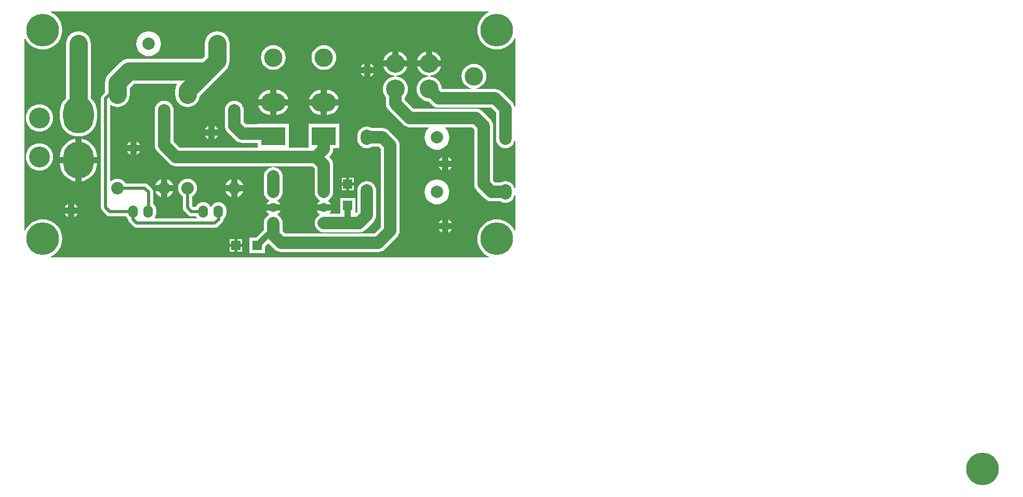
<source format=gbl>
G04 Layer_Physical_Order=2*
G04 Layer_Color=16711680*
%FSLAX25Y25*%
%MOIN*%
G70*
G01*
G75*
%ADD10R,0.05906X0.05906*%
%ADD11C,0.01969*%
%ADD12C,0.11811*%
%ADD13C,0.07874*%
%ADD14O,0.07874X0.09843*%
%ADD15C,0.07874*%
%ADD16C,0.12000*%
%ADD17C,0.11811*%
%ADD18R,0.15748X0.11811*%
%ADD19O,0.15748X0.11811*%
%ADD20C,0.08000*%
%ADD21O,0.06000X0.08000*%
%ADD22C,0.20945*%
%ADD23C,0.06000*%
%ADD24O,0.19685X0.23622*%
%ADD25C,0.13386*%
%ADD26C,0.05000*%
%ADD27R,0.05906X0.05906*%
%ADD28C,0.03937*%
G36*
X297888Y156990D02*
X297470Y156817D01*
X295796Y155791D01*
X294303Y154516D01*
X293028Y153023D01*
X292002Y151349D01*
X291251Y149535D01*
X290793Y147626D01*
X290639Y145669D01*
X290793Y143712D01*
X291251Y141803D01*
X292002Y139989D01*
X293028Y138315D01*
X294303Y136823D01*
X295796Y135548D01*
X297470Y134522D01*
X299284Y133771D01*
X301192Y133312D01*
X303150Y133158D01*
X305107Y133312D01*
X307016Y133771D01*
X308829Y134522D01*
X310503Y135548D01*
X311996Y136823D01*
X313271Y138315D01*
X314297Y139989D01*
X314470Y140408D01*
X314961Y140310D01*
Y96744D01*
X314461Y96670D01*
X314173Y97618D01*
X313622Y98649D01*
X312880Y99553D01*
X312880Y99553D01*
X306403Y106029D01*
X305499Y106771D01*
X304468Y107323D01*
X303349Y107662D01*
X302185Y107777D01*
X302185Y107777D01*
X290130D01*
X290056Y108277D01*
X291465Y108704D01*
X292839Y109438D01*
X294042Y110426D01*
X295030Y111630D01*
X295764Y113003D01*
X296216Y114494D01*
X296369Y116043D01*
X296216Y117593D01*
X295764Y119083D01*
X295030Y120457D01*
X294042Y121660D01*
X292839Y122648D01*
X291465Y123382D01*
X289975Y123834D01*
X288425Y123987D01*
X286876Y123834D01*
X285385Y123382D01*
X284012Y122648D01*
X282808Y121660D01*
X281820Y120457D01*
X281086Y119083D01*
X280634Y117593D01*
X280481Y116043D01*
X280634Y114494D01*
X281086Y113003D01*
X281820Y111630D01*
X282808Y110426D01*
X284012Y109438D01*
X285385Y108704D01*
X286794Y108277D01*
X286720Y107777D01*
X268121D01*
X267680Y108217D01*
X267569Y109344D01*
X267112Y110852D01*
X266369Y112242D01*
X265369Y113460D01*
X264151Y114460D01*
X262761Y115202D01*
X261253Y115660D01*
X259958Y115787D01*
X259910Y115792D01*
Y116295D01*
X259958Y116299D01*
X261253Y116427D01*
X262761Y116884D01*
X264151Y117627D01*
X265369Y118627D01*
X266369Y119845D01*
X267112Y121235D01*
X267438Y122311D01*
X259685D01*
X251932D01*
X252258Y121235D01*
X253001Y119845D01*
X254001Y118627D01*
X255219Y117627D01*
X256609Y116884D01*
X258117Y116427D01*
X259412Y116299D01*
X259460Y116295D01*
Y115792D01*
X259412Y115787D01*
X258117Y115660D01*
X256609Y115202D01*
X255219Y114460D01*
X254001Y113460D01*
X253001Y112242D01*
X252258Y110852D01*
X251801Y109344D01*
X251646Y107776D01*
X251801Y106207D01*
X252258Y104699D01*
X253001Y103310D01*
X254001Y102091D01*
X255219Y101092D01*
X256609Y100349D01*
X258117Y99891D01*
X259243Y99780D01*
X261431Y97593D01*
X261431Y97593D01*
X262335Y96851D01*
X263367Y96299D01*
X264486Y95960D01*
X265650Y95845D01*
X265650Y95845D01*
X299714D01*
X302696Y92864D01*
Y77795D01*
Y75827D01*
X302810Y74663D01*
X303150Y73544D01*
X303701Y72512D01*
X304443Y71608D01*
X305347Y70866D01*
X306378Y70315D01*
X307498Y69976D01*
X308661Y69861D01*
X309825Y69976D01*
X310944Y70315D01*
X311976Y70866D01*
X312880Y71608D01*
X313622Y72512D01*
X314173Y73544D01*
X314461Y74492D01*
X314961Y74418D01*
Y44204D01*
X314461Y44130D01*
X314173Y45078D01*
X313622Y46110D01*
X312880Y47014D01*
X311976Y47756D01*
X310944Y48307D01*
X309825Y48646D01*
X308661Y48761D01*
X307498Y48646D01*
X306378Y48307D01*
X305387Y47777D01*
X302156D01*
X300651Y49282D01*
Y84311D01*
X300651Y84311D01*
X300536Y85475D01*
X300197Y86594D01*
X299645Y87625D01*
X298903Y88529D01*
X298903Y88529D01*
X293903Y93529D01*
X292999Y94271D01*
X291968Y94823D01*
X290849Y95162D01*
X289685Y95277D01*
X289685Y95277D01*
X249656D01*
X243997Y100936D01*
Y102434D01*
X244715Y103310D01*
X245458Y104699D01*
X245916Y106207D01*
X246070Y107776D01*
X245916Y109344D01*
X245458Y110852D01*
X244715Y112242D01*
X243716Y113460D01*
X242498Y114460D01*
X241108Y115202D01*
X239600Y115660D01*
X238304Y115787D01*
X238257Y115792D01*
Y116295D01*
X238304Y116299D01*
X239600Y116427D01*
X241108Y116884D01*
X242498Y117627D01*
X243716Y118627D01*
X244715Y119845D01*
X245458Y121235D01*
X245785Y122311D01*
X238032D01*
X230278D01*
X230605Y121235D01*
X231348Y119845D01*
X232347Y118627D01*
X233565Y117627D01*
X234955Y116884D01*
X236463Y116427D01*
X237759Y116299D01*
X237806Y116295D01*
Y115792D01*
X237759Y115787D01*
X236463Y115660D01*
X234955Y115202D01*
X233565Y114460D01*
X232347Y113460D01*
X231348Y112242D01*
X230605Y110852D01*
X230147Y109344D01*
X229993Y107776D01*
X230147Y106207D01*
X230605Y104699D01*
X231348Y103310D01*
X232066Y102434D01*
Y98465D01*
X232066Y98465D01*
X232180Y97301D01*
X232520Y96182D01*
X233071Y95150D01*
X233813Y94246D01*
X242967Y85093D01*
X242967Y85093D01*
X243871Y84351D01*
X244902Y83799D01*
X246021Y83460D01*
X247185Y83345D01*
X247185Y83345D01*
X259443D01*
X259612Y82875D01*
X259068Y82428D01*
X258080Y81224D01*
X257346Y79851D01*
X256894Y78361D01*
X256741Y76811D01*
X256894Y75261D01*
X257346Y73771D01*
X258080Y72398D01*
X259068Y71194D01*
X260272Y70206D01*
X261645Y69472D01*
X263135Y69020D01*
X264685Y68867D01*
X266235Y69020D01*
X267725Y69472D01*
X269098Y70206D01*
X270302Y71194D01*
X271290Y72398D01*
X272024Y73771D01*
X272476Y75261D01*
X272629Y76811D01*
X272476Y78361D01*
X272024Y79851D01*
X271290Y81224D01*
X270302Y82428D01*
X269758Y82875D01*
X269927Y83345D01*
X287214D01*
X288719Y81840D01*
Y46811D01*
X288719Y46811D01*
X288834Y45647D01*
X289173Y44528D01*
X289725Y43497D01*
X290467Y42593D01*
X295467Y37593D01*
X295467Y37593D01*
X296371Y36851D01*
X297402Y36299D01*
X298521Y35960D01*
X299685Y35845D01*
X299685Y35845D01*
X305387D01*
X306378Y35315D01*
X307498Y34976D01*
X308661Y34861D01*
X309825Y34976D01*
X310944Y35315D01*
X311976Y35866D01*
X312880Y36608D01*
X313622Y37512D01*
X314173Y38544D01*
X314461Y39492D01*
X314961Y39418D01*
Y17170D01*
X314470Y17073D01*
X314297Y17491D01*
X313271Y19165D01*
X311996Y20658D01*
X310503Y21933D01*
X308829Y22958D01*
X307016Y23710D01*
X305107Y24168D01*
X303150Y24322D01*
X301192Y24168D01*
X299284Y23710D01*
X297470Y22958D01*
X295796Y21933D01*
X294303Y20658D01*
X293028Y19165D01*
X292002Y17491D01*
X291251Y15677D01*
X290793Y13768D01*
X290639Y11811D01*
X290793Y9854D01*
X291251Y7945D01*
X292002Y6131D01*
X293028Y4457D01*
X294303Y2964D01*
X295796Y1689D01*
X297470Y664D01*
X297888Y490D01*
X297790Y0D01*
X17170D01*
X17073Y490D01*
X17491Y664D01*
X19165Y1689D01*
X20658Y2964D01*
X21933Y4457D01*
X22958Y6131D01*
X23710Y7945D01*
X24168Y9854D01*
X24322Y11811D01*
X24168Y13768D01*
X23710Y15677D01*
X22958Y17491D01*
X21933Y19165D01*
X20658Y20658D01*
X19165Y21933D01*
X17491Y22958D01*
X15677Y23710D01*
X13768Y24168D01*
X11811Y24322D01*
X9854Y24168D01*
X7945Y23710D01*
X6131Y22958D01*
X4457Y21933D01*
X2964Y20658D01*
X1689Y19165D01*
X664Y17491D01*
X490Y17073D01*
X0Y17170D01*
Y140310D01*
X490Y140408D01*
X664Y139989D01*
X1689Y138315D01*
X2964Y136823D01*
X4457Y135548D01*
X6131Y134522D01*
X7945Y133771D01*
X9854Y133312D01*
X11811Y133158D01*
X13768Y133312D01*
X15677Y133771D01*
X17491Y134522D01*
X19165Y135548D01*
X20658Y136823D01*
X21933Y138315D01*
X22958Y139989D01*
X23710Y141803D01*
X24168Y143712D01*
X24322Y145669D01*
X24168Y147626D01*
X23710Y149535D01*
X22958Y151349D01*
X21933Y153023D01*
X20658Y154516D01*
X19165Y155791D01*
X17491Y156817D01*
X17073Y156990D01*
X17170Y157480D01*
X297790D01*
X297888Y156990D01*
D02*
G37*
%LPC*%
G36*
X79685Y144755D02*
X78135Y144602D01*
X76645Y144150D01*
X75272Y143416D01*
X74068Y142428D01*
X73080Y141224D01*
X72346Y139851D01*
X71894Y138361D01*
X71741Y136811D01*
X71894Y135261D01*
X72346Y133771D01*
X73080Y132398D01*
X74068Y131194D01*
X75272Y130206D01*
X76645Y129472D01*
X78135Y129020D01*
X79685Y128867D01*
X81235Y129020D01*
X82725Y129472D01*
X84098Y130206D01*
X85302Y131194D01*
X86290Y132398D01*
X87024Y133771D01*
X87476Y135261D01*
X87629Y136811D01*
X87476Y138361D01*
X87024Y139851D01*
X86290Y141224D01*
X85302Y142428D01*
X84098Y143416D01*
X82725Y144150D01*
X81235Y144602D01*
X79685Y144755D01*
D02*
G37*
G36*
X261685Y132064D02*
Y126311D01*
X267438D01*
X267112Y127387D01*
X266369Y128777D01*
X265369Y129995D01*
X264151Y130995D01*
X262761Y131738D01*
X261685Y132064D01*
D02*
G37*
G36*
X257685D02*
X256609Y131738D01*
X255219Y130995D01*
X254001Y129995D01*
X253001Y128777D01*
X252258Y127387D01*
X251932Y126311D01*
X257685D01*
Y132064D01*
D02*
G37*
G36*
X240032Y132064D02*
Y126311D01*
X245785D01*
X245458Y127387D01*
X244715Y128777D01*
X243716Y129995D01*
X242498Y130995D01*
X241108Y131738D01*
X240032Y132064D01*
D02*
G37*
G36*
X236032Y132064D02*
X234955Y131738D01*
X233565Y130995D01*
X232347Y129995D01*
X231348Y128777D01*
X230605Y127387D01*
X230278Y126311D01*
X236032D01*
Y132064D01*
D02*
G37*
G36*
X222000Y124042D02*
Y122000D01*
X224042D01*
X223931Y122269D01*
X223209Y123209D01*
X222269Y123931D01*
X222000Y124042D01*
D02*
G37*
G36*
X218000D02*
X217731Y123931D01*
X216791Y123209D01*
X216069Y122269D01*
X215958Y122000D01*
X218000D01*
Y124042D01*
D02*
G37*
G36*
X192185Y135995D02*
X190635Y135842D01*
X189145Y135390D01*
X187772Y134656D01*
X186568Y133668D01*
X185580Y132465D01*
X184846Y131091D01*
X184394Y129601D01*
X184241Y128051D01*
X184394Y126501D01*
X184846Y125011D01*
X185580Y123638D01*
X186568Y122434D01*
X187772Y121446D01*
X189145Y120712D01*
X190635Y120260D01*
X192185Y120107D01*
X193735Y120260D01*
X195225Y120712D01*
X196598Y121446D01*
X197802Y122434D01*
X198790Y123638D01*
X199524Y125011D01*
X199976Y126501D01*
X200129Y128051D01*
X199976Y129601D01*
X199524Y131091D01*
X198790Y132465D01*
X197802Y133668D01*
X196598Y134656D01*
X195225Y135390D01*
X193735Y135842D01*
X192185Y135995D01*
D02*
G37*
G36*
X159685D02*
X158135Y135842D01*
X156645Y135390D01*
X155272Y134656D01*
X154068Y133668D01*
X153080Y132465D01*
X152346Y131091D01*
X151894Y129601D01*
X151741Y128051D01*
X151894Y126501D01*
X152346Y125011D01*
X153080Y123638D01*
X154068Y122434D01*
X155272Y121446D01*
X156645Y120712D01*
X158135Y120260D01*
X159685Y120107D01*
X161235Y120260D01*
X162725Y120712D01*
X164098Y121446D01*
X165302Y122434D01*
X166290Y123638D01*
X167024Y125011D01*
X167476Y126501D01*
X167629Y128051D01*
X167476Y129601D01*
X167024Y131091D01*
X166290Y132465D01*
X165302Y133668D01*
X164098Y134656D01*
X162725Y135390D01*
X161235Y135842D01*
X159685Y135995D01*
D02*
G37*
G36*
X224042Y118000D02*
X222000D01*
Y115958D01*
X222269Y116069D01*
X223209Y116791D01*
X223931Y117731D01*
X224042Y118000D01*
D02*
G37*
G36*
X218000D02*
X215958D01*
X216069Y117731D01*
X216791Y116791D01*
X217731Y116069D01*
X218000Y115958D01*
Y118000D01*
D02*
G37*
G36*
X194185Y107252D02*
Y101311D01*
X201808D01*
X201493Y102351D01*
X200759Y103724D01*
X199771Y104928D01*
X198567Y105916D01*
X197194Y106650D01*
X195703Y107102D01*
X194185Y107252D01*
D02*
G37*
G36*
X161685D02*
Y101311D01*
X169308D01*
X168993Y102351D01*
X168259Y103724D01*
X167271Y104928D01*
X166067Y105916D01*
X164693Y106650D01*
X163203Y107102D01*
X161685Y107252D01*
D02*
G37*
G36*
X190185D02*
X188667Y107102D01*
X187177Y106650D01*
X185803Y105916D01*
X184599Y104928D01*
X183612Y103724D01*
X182878Y102351D01*
X182562Y101311D01*
X190185D01*
Y107252D01*
D02*
G37*
G36*
X157685D02*
X156167Y107102D01*
X154677Y106650D01*
X153303Y105916D01*
X152100Y104928D01*
X151111Y103724D01*
X150378Y102351D01*
X150062Y101311D01*
X157685D01*
Y107252D01*
D02*
G37*
G36*
X123661Y144755D02*
X122112Y144602D01*
X120622Y144150D01*
X119248Y143416D01*
X118044Y142428D01*
X117056Y141224D01*
X116322Y139851D01*
X115870Y138361D01*
X115718Y136811D01*
Y129078D01*
X113895Y127255D01*
X67185D01*
X65635Y127102D01*
X64145Y126650D01*
X62772Y125916D01*
X61568Y124928D01*
X54068Y117428D01*
X53080Y116224D01*
X52346Y114851D01*
X51894Y113361D01*
X51741Y111811D01*
Y105624D01*
X50057Y103939D01*
X49578Y103316D01*
X49278Y102590D01*
X49175Y101811D01*
Y31811D01*
X49278Y31032D01*
X49578Y30306D01*
X50057Y29683D01*
X52557Y27183D01*
X53180Y26704D01*
X53906Y26404D01*
X54685Y26301D01*
X65106D01*
X65318Y25789D01*
X66119Y24745D01*
X66675Y24318D01*
Y24311D01*
X66778Y23532D01*
X67078Y22806D01*
X67557Y22183D01*
X70057Y19683D01*
X70680Y19204D01*
X71406Y18904D01*
X72185Y18801D01*
X122185D01*
X122964Y18904D01*
X123690Y19204D01*
X124313Y19683D01*
X126813Y22183D01*
X127292Y22806D01*
X127593Y23532D01*
X127695Y24311D01*
Y24439D01*
X128094Y24745D01*
X128895Y25789D01*
X129399Y27006D01*
X129571Y28311D01*
Y30311D01*
X129399Y31616D01*
X128895Y32833D01*
X128094Y33877D01*
X127049Y34679D01*
X125833Y35182D01*
X124528Y35354D01*
X123222Y35182D01*
X122006Y34679D01*
X120961Y33877D01*
X120160Y32833D01*
X119877Y32149D01*
X119336D01*
X119053Y32833D01*
X118251Y33877D01*
X117207Y34679D01*
X115990Y35182D01*
X114685Y35354D01*
X113380Y35182D01*
X112163Y34679D01*
X111119Y33877D01*
X110318Y32833D01*
X110106Y32321D01*
X108432D01*
X107695Y33058D01*
Y39117D01*
X108035Y39298D01*
X108948Y40048D01*
X109698Y40962D01*
X110255Y42004D01*
X110598Y43135D01*
X110714Y44311D01*
X110598Y45487D01*
X110255Y46618D01*
X109698Y47661D01*
X108948Y48574D01*
X108035Y49324D01*
X106992Y49881D01*
X105861Y50224D01*
X104685Y50340D01*
X103509Y50224D01*
X102378Y49881D01*
X101336Y49324D01*
X100422Y48574D01*
X99672Y47661D01*
X99115Y46618D01*
X98772Y45487D01*
X98656Y44311D01*
X98772Y43135D01*
X99115Y42004D01*
X99672Y40962D01*
X100422Y40048D01*
X101336Y39298D01*
X101675Y39117D01*
Y31811D01*
X101778Y31032D01*
X102078Y30306D01*
X102557Y29683D01*
X105057Y27183D01*
X105680Y26704D01*
X106406Y26404D01*
X107185Y26301D01*
X110106D01*
X110318Y25789D01*
X110717Y25269D01*
X110495Y24821D01*
X83717D01*
X83496Y25269D01*
X83895Y25789D01*
X84399Y27006D01*
X84571Y28311D01*
Y30311D01*
X84399Y31616D01*
X83895Y32833D01*
X83094Y33877D01*
X82695Y34183D01*
Y41811D01*
X82592Y42590D01*
X82292Y43316D01*
X81813Y43939D01*
X79313Y46439D01*
X78690Y46918D01*
X77964Y47218D01*
X77185Y47321D01*
X64880D01*
X64698Y47661D01*
X63948Y48574D01*
X63035Y49324D01*
X61992Y49881D01*
X60861Y50224D01*
X59685Y50340D01*
X58509Y50224D01*
X57378Y49881D01*
X56336Y49324D01*
X55695Y48798D01*
X55195Y49035D01*
Y97180D01*
X55695Y97480D01*
X56645Y96972D01*
X58135Y96520D01*
X59685Y96367D01*
X61235Y96520D01*
X62725Y96972D01*
X64098Y97706D01*
X65302Y98694D01*
X66290Y99898D01*
X67024Y101271D01*
X67476Y102761D01*
X67629Y104311D01*
Y108521D01*
X70476Y111367D01*
X97589D01*
X97889Y110867D01*
X97346Y109851D01*
X96894Y108361D01*
X96741Y106811D01*
Y104311D01*
X96894Y102761D01*
X97346Y101271D01*
X98080Y99898D01*
X99068Y98694D01*
X100272Y97706D01*
X101645Y96972D01*
X103135Y96520D01*
X104685Y96367D01*
X106235Y96520D01*
X107725Y96972D01*
X109098Y97706D01*
X110302Y98694D01*
X111290Y99898D01*
X112024Y101271D01*
X112476Y102761D01*
X112542Y103434D01*
X122802Y113694D01*
X129278Y120170D01*
X129279Y120170D01*
X130266Y121374D01*
X131000Y122748D01*
X131453Y124238D01*
X131605Y125787D01*
Y136811D01*
X131453Y138361D01*
X131000Y139851D01*
X130266Y141224D01*
X129279Y142428D01*
X128075Y143416D01*
X126701Y144150D01*
X125211Y144602D01*
X123661Y144755D01*
D02*
G37*
G36*
X201808Y97311D02*
X194185D01*
Y91370D01*
X195703Y91520D01*
X197194Y91972D01*
X198567Y92706D01*
X199771Y93694D01*
X200759Y94898D01*
X201493Y96271D01*
X201808Y97311D01*
D02*
G37*
G36*
X169308D02*
X161685D01*
Y91370D01*
X163203Y91520D01*
X164693Y91972D01*
X166067Y92706D01*
X167271Y93694D01*
X168259Y94898D01*
X168993Y96271D01*
X169308Y97311D01*
D02*
G37*
G36*
X190185D02*
X182562D01*
X182878Y96271D01*
X183612Y94898D01*
X184599Y93694D01*
X185803Y92706D01*
X187177Y91972D01*
X188667Y91520D01*
X190185Y91370D01*
Y97311D01*
D02*
G37*
G36*
X157685D02*
X150062D01*
X150378Y96271D01*
X151111Y94898D01*
X152100Y93694D01*
X153303Y92706D01*
X154677Y91972D01*
X156167Y91520D01*
X157685Y91370D01*
Y97311D01*
D02*
G37*
G36*
X122000Y84042D02*
Y82000D01*
X124042D01*
X123931Y82269D01*
X123209Y83209D01*
X122269Y83931D01*
X122000Y84042D01*
D02*
G37*
G36*
X118000D02*
X117731Y83931D01*
X116791Y83209D01*
X116069Y82269D01*
X115958Y82000D01*
X118000D01*
Y84042D01*
D02*
G37*
G36*
X9685Y98046D02*
X7981Y97878D01*
X6342Y97381D01*
X4832Y96574D01*
X3509Y95488D01*
X2422Y94164D01*
X1615Y92654D01*
X1118Y91015D01*
X950Y89311D01*
X1118Y87607D01*
X1615Y85968D01*
X2422Y84458D01*
X3509Y83135D01*
X4832Y82048D01*
X6342Y81241D01*
X7981Y80744D01*
X9685Y80576D01*
X11389Y80744D01*
X13028Y81241D01*
X14538Y82048D01*
X15862Y83135D01*
X16948Y84458D01*
X17755Y85968D01*
X18252Y87607D01*
X18420Y89311D01*
X18252Y91015D01*
X17755Y92654D01*
X16948Y94164D01*
X15862Y95488D01*
X14538Y96574D01*
X13028Y97381D01*
X11389Y97878D01*
X9685Y98046D01*
D02*
G37*
G36*
X34685Y144755D02*
X33135Y144602D01*
X31645Y144150D01*
X30272Y143416D01*
X29068Y142428D01*
X28080Y141224D01*
X27346Y139851D01*
X26894Y138361D01*
X26741Y136811D01*
Y102037D01*
X26285Y101648D01*
X25075Y100230D01*
X24101Y98641D01*
X23387Y96919D01*
X22952Y95106D01*
X22806Y93248D01*
Y89311D01*
X22952Y87453D01*
X23387Y85640D01*
X24101Y83918D01*
X25075Y82329D01*
X26285Y80911D01*
X27703Y79701D01*
X29292Y78727D01*
X31014Y78013D01*
X32827Y77578D01*
X34685Y77432D01*
X36543Y77578D01*
X38356Y78013D01*
X40078Y78727D01*
X41667Y79701D01*
X43085Y80911D01*
X44295Y82329D01*
X45269Y83918D01*
X45983Y85640D01*
X46418Y87453D01*
X46564Y89311D01*
Y93248D01*
X46418Y95106D01*
X45983Y96919D01*
X45269Y98641D01*
X44295Y100230D01*
X43085Y101648D01*
X42629Y102037D01*
Y136811D01*
X42476Y138361D01*
X42024Y139851D01*
X41290Y141224D01*
X40302Y142428D01*
X39098Y143416D01*
X37725Y144150D01*
X36235Y144602D01*
X34685Y144755D01*
D02*
G37*
G36*
X124042Y78000D02*
X122000D01*
Y75958D01*
X122269Y76069D01*
X123209Y76791D01*
X123931Y77731D01*
X124042Y78000D01*
D02*
G37*
G36*
X118000D02*
X115958D01*
X116069Y77731D01*
X116791Y76791D01*
X117731Y76069D01*
X118000Y75958D01*
Y78000D01*
D02*
G37*
G36*
X72000Y74042D02*
Y72000D01*
X74042D01*
X73931Y72269D01*
X73209Y73209D01*
X72269Y73931D01*
X72000Y74042D01*
D02*
G37*
G36*
X68000D02*
X67731Y73931D01*
X66791Y73209D01*
X66069Y72269D01*
X65958Y72000D01*
X68000D01*
Y74042D01*
D02*
G37*
G36*
X134685Y100277D02*
X133521Y100162D01*
X132402Y99823D01*
X131371Y99271D01*
X130467Y98529D01*
X129725Y97625D01*
X129173Y96594D01*
X128834Y95475D01*
X128719Y94311D01*
Y84311D01*
X128719Y84311D01*
X128834Y83147D01*
X129173Y82028D01*
X129725Y80997D01*
X130467Y80093D01*
X135467Y75093D01*
X135467Y75093D01*
X136371Y74351D01*
X137402Y73799D01*
X138521Y73460D01*
X139685Y73345D01*
X139685Y73345D01*
X149811D01*
Y70277D01*
X99656D01*
X95651Y74282D01*
Y94311D01*
X95536Y95475D01*
X95197Y96594D01*
X94645Y97625D01*
X93903Y98529D01*
X92999Y99271D01*
X91968Y99823D01*
X90849Y100162D01*
X89685Y100277D01*
X88521Y100162D01*
X87402Y99823D01*
X86371Y99271D01*
X85467Y98529D01*
X84725Y97625D01*
X84173Y96594D01*
X83834Y95475D01*
X83719Y94311D01*
Y71811D01*
X83719Y71811D01*
X83834Y70647D01*
X84173Y69528D01*
X84725Y68497D01*
X85467Y67593D01*
X92967Y60093D01*
X92967Y60093D01*
X93871Y59351D01*
X94902Y58799D01*
X96021Y58460D01*
X97185Y58345D01*
X97185Y58345D01*
X184714D01*
X186219Y56840D01*
Y41811D01*
X186334Y40647D01*
X186673Y39528D01*
X187225Y38497D01*
X187967Y37593D01*
X188871Y36851D01*
X189377Y36580D01*
X189419Y35991D01*
X188619Y35377D01*
X187818Y34333D01*
X187601Y33811D01*
X192185D01*
X196769D01*
X196553Y34333D01*
X195751Y35377D01*
X194951Y35991D01*
X194993Y36580D01*
X195499Y36851D01*
X196404Y37593D01*
X197145Y38497D01*
X197697Y39528D01*
X198036Y40647D01*
X198151Y41811D01*
Y59311D01*
X198151Y59311D01*
X198036Y60475D01*
X197697Y61594D01*
X197145Y62625D01*
X196404Y63529D01*
X196403Y63529D01*
X195622Y64311D01*
X196403Y65093D01*
X196404Y65093D01*
X197145Y65997D01*
X197697Y67028D01*
X198036Y68147D01*
X198151Y69311D01*
X198289Y69752D01*
X202059D01*
Y85563D01*
X182311D01*
Y70277D01*
X169559D01*
Y85563D01*
X149811D01*
Y85277D01*
X142156D01*
X140651Y86782D01*
Y94311D01*
X140536Y95475D01*
X140197Y96594D01*
X139645Y97625D01*
X138903Y98529D01*
X137999Y99271D01*
X136968Y99823D01*
X135849Y100162D01*
X134685Y100277D01*
D02*
G37*
G36*
X74042Y68000D02*
X72000D01*
Y65958D01*
X72269Y66069D01*
X73209Y66791D01*
X73931Y67731D01*
X74042Y68000D01*
D02*
G37*
G36*
X68000D02*
X65958D01*
X66069Y67731D01*
X66791Y66791D01*
X67731Y66069D01*
X68000Y65958D01*
Y68000D01*
D02*
G37*
G36*
X36685Y76010D02*
Y64342D01*
X46562D01*
X46418Y66169D01*
X45983Y67982D01*
X45269Y69704D01*
X44295Y71293D01*
X43085Y72711D01*
X41667Y73922D01*
X40078Y74895D01*
X38356Y75609D01*
X36685Y76010D01*
D02*
G37*
G36*
X32685D02*
X31014Y75609D01*
X29292Y74895D01*
X27703Y73922D01*
X26285Y72711D01*
X25075Y71293D01*
X24101Y69704D01*
X23387Y67982D01*
X22952Y66169D01*
X22808Y64342D01*
X32685D01*
Y76010D01*
D02*
G37*
G36*
X272000Y64042D02*
Y62000D01*
X274042D01*
X273931Y62269D01*
X273209Y63209D01*
X272269Y63931D01*
X272000Y64042D01*
D02*
G37*
G36*
X268000D02*
X267731Y63931D01*
X266791Y63209D01*
X266069Y62269D01*
X265958Y62000D01*
X268000D01*
Y64042D01*
D02*
G37*
G36*
X274042Y58000D02*
X272000D01*
Y55958D01*
X272269Y56069D01*
X273209Y56791D01*
X273931Y57731D01*
X274042Y58000D01*
D02*
G37*
G36*
X268000D02*
X265958D01*
X266069Y57731D01*
X266791Y56791D01*
X267731Y56069D01*
X268000Y55958D01*
Y58000D01*
D02*
G37*
G36*
X9685Y73046D02*
X7981Y72878D01*
X6342Y72381D01*
X4832Y71574D01*
X3509Y70488D01*
X2422Y69164D01*
X1615Y67654D01*
X1118Y66015D01*
X950Y64311D01*
X1118Y62607D01*
X1615Y60968D01*
X2422Y59458D01*
X3509Y58135D01*
X4832Y57048D01*
X6342Y56241D01*
X7981Y55744D01*
X9685Y55576D01*
X11389Y55744D01*
X13028Y56241D01*
X14538Y57048D01*
X15862Y58135D01*
X16948Y59458D01*
X17755Y60968D01*
X18252Y62607D01*
X18420Y64311D01*
X18252Y66015D01*
X17755Y67654D01*
X16948Y69164D01*
X15862Y70488D01*
X14538Y71574D01*
X13028Y72381D01*
X11389Y72878D01*
X9685Y73046D01*
D02*
G37*
G36*
X46562Y60343D02*
X36685D01*
Y48675D01*
X38356Y49076D01*
X40078Y49790D01*
X41667Y50764D01*
X43085Y51974D01*
X44295Y53392D01*
X45269Y54981D01*
X45983Y56703D01*
X46418Y58516D01*
X46562Y60343D01*
D02*
G37*
G36*
X32685D02*
X22808D01*
X22952Y58516D01*
X23387Y56703D01*
X24101Y54981D01*
X25075Y53392D01*
X26285Y51974D01*
X27703Y50764D01*
X29292Y49790D01*
X31014Y49076D01*
X32685Y48675D01*
Y60343D01*
D02*
G37*
G36*
X211453Y50842D02*
X208500D01*
Y47890D01*
X211453D01*
Y50842D01*
D02*
G37*
G36*
X206500D02*
X203547D01*
Y47890D01*
X206500D01*
Y50842D01*
D02*
G37*
G36*
X91685Y49974D02*
Y46311D01*
X95348D01*
X95255Y46618D01*
X94698Y47661D01*
X93948Y48574D01*
X93035Y49324D01*
X91992Y49881D01*
X91685Y49974D01*
D02*
G37*
G36*
X136685D02*
Y46311D01*
X140348D01*
X140255Y46618D01*
X139698Y47661D01*
X138948Y48574D01*
X138035Y49324D01*
X136992Y49881D01*
X136685Y49974D01*
D02*
G37*
G36*
X87685D02*
X87378Y49881D01*
X86335Y49324D01*
X85422Y48574D01*
X84672Y47661D01*
X84115Y46618D01*
X84022Y46311D01*
X87685D01*
Y49974D01*
D02*
G37*
G36*
X132685D02*
X132378Y49881D01*
X131335Y49324D01*
X130422Y48574D01*
X129672Y47661D01*
X129115Y46618D01*
X129022Y46311D01*
X132685D01*
Y49974D01*
D02*
G37*
G36*
X211453Y45890D02*
X208500D01*
Y42937D01*
X211453D01*
Y45890D01*
D02*
G37*
G36*
X206500D02*
X203547D01*
Y42937D01*
X206500D01*
Y45890D01*
D02*
G37*
G36*
X140348Y42311D02*
X136685D01*
Y38648D01*
X136992Y38741D01*
X138035Y39298D01*
X138948Y40048D01*
X139698Y40962D01*
X140255Y42004D01*
X140348Y42311D01*
D02*
G37*
G36*
X95348D02*
X91685D01*
Y38648D01*
X91992Y38741D01*
X93035Y39298D01*
X93948Y40048D01*
X94698Y40962D01*
X95255Y42004D01*
X95348Y42311D01*
D02*
G37*
G36*
X132685D02*
X129022D01*
X129115Y42004D01*
X129672Y40962D01*
X130422Y40048D01*
X131335Y39298D01*
X132378Y38741D01*
X132685Y38648D01*
Y42311D01*
D02*
G37*
G36*
X87685D02*
X84022D01*
X84115Y42004D01*
X84672Y40962D01*
X85422Y40048D01*
X86335Y39298D01*
X87378Y38741D01*
X87685Y38648D01*
Y42311D01*
D02*
G37*
G36*
X264685Y49755D02*
X263135Y49602D01*
X261645Y49150D01*
X260272Y48416D01*
X259068Y47428D01*
X258080Y46224D01*
X257346Y44851D01*
X256894Y43361D01*
X256741Y41811D01*
X256894Y40261D01*
X257346Y38771D01*
X258080Y37398D01*
X259068Y36194D01*
X260272Y35206D01*
X261645Y34472D01*
X263135Y34020D01*
X264685Y33867D01*
X266235Y34020D01*
X267725Y34472D01*
X269098Y35206D01*
X270302Y36194D01*
X271290Y37398D01*
X272024Y38771D01*
X272476Y40261D01*
X272629Y41811D01*
X272476Y43361D01*
X272024Y44851D01*
X271290Y46224D01*
X270302Y47428D01*
X269098Y48416D01*
X267725Y49150D01*
X266235Y49602D01*
X264685Y49755D01*
D02*
G37*
G36*
X159685Y57777D02*
X158521Y57662D01*
X157402Y57323D01*
X156371Y56771D01*
X155467Y56029D01*
X154725Y55125D01*
X154173Y54094D01*
X153834Y52975D01*
X153719Y51811D01*
Y41811D01*
X153834Y40647D01*
X154173Y39528D01*
X154725Y38497D01*
X155467Y37593D01*
X156371Y36851D01*
X156877Y36580D01*
X156919Y35991D01*
X156119Y35377D01*
X155318Y34333D01*
X155102Y33811D01*
X159685D01*
X164269D01*
X164052Y34333D01*
X163251Y35377D01*
X162451Y35991D01*
X162493Y36580D01*
X162999Y36851D01*
X163903Y37593D01*
X164645Y38497D01*
X165197Y39528D01*
X165536Y40647D01*
X165651Y41811D01*
Y51811D01*
X165536Y52975D01*
X165197Y54094D01*
X164645Y55125D01*
X163903Y56029D01*
X162999Y56771D01*
X161968Y57323D01*
X160849Y57662D01*
X159685Y57777D01*
D02*
G37*
G36*
X32000Y34042D02*
Y32000D01*
X34042D01*
X33931Y32269D01*
X33209Y33209D01*
X32269Y33931D01*
X32000Y34042D01*
D02*
G37*
G36*
X28000D02*
X27731Y33931D01*
X26791Y33209D01*
X26069Y32269D01*
X25958Y32000D01*
X28000D01*
Y34042D01*
D02*
G37*
G36*
X219685Y48761D02*
X218521Y48646D01*
X217402Y48307D01*
X216371Y47756D01*
X215467Y47014D01*
X214725Y46110D01*
X214173Y45078D01*
X213834Y43959D01*
X213719Y42795D01*
Y40827D01*
Y29282D01*
X212953Y28516D01*
X212453Y28723D01*
Y38063D01*
X202547D01*
Y28157D01*
X202259Y27777D01*
X195910D01*
X195814Y28060D01*
X195775Y28277D01*
X196553Y29289D01*
X196769Y29811D01*
X192185D01*
X187601D01*
X187818Y29289D01*
X188619Y28245D01*
X189419Y27631D01*
X189377Y27042D01*
X188871Y26771D01*
X187967Y26029D01*
X187225Y25125D01*
X186673Y24094D01*
X186334Y22975D01*
X186219Y21811D01*
X186334Y20647D01*
X186673Y19528D01*
X187225Y18497D01*
X187967Y17593D01*
X188871Y16851D01*
X189902Y16299D01*
X191021Y15960D01*
X192185Y15845D01*
X214685D01*
X214685Y15845D01*
X215849Y15960D01*
X216968Y16299D01*
X217999Y16851D01*
X218903Y17593D01*
X223903Y22592D01*
X223903Y22593D01*
X224645Y23497D01*
X225197Y24528D01*
X225536Y25647D01*
X225651Y26811D01*
X225651Y26811D01*
Y41811D01*
Y42795D01*
X225536Y43959D01*
X225197Y45078D01*
X224645Y46110D01*
X223903Y47014D01*
X222999Y47756D01*
X221968Y48307D01*
X220849Y48646D01*
X219685Y48761D01*
D02*
G37*
G36*
X34042Y28000D02*
X32000D01*
Y25958D01*
X32269Y26069D01*
X33209Y26791D01*
X33931Y27731D01*
X34042Y28000D01*
D02*
G37*
G36*
X28000D02*
X25958D01*
X26069Y27731D01*
X26791Y26791D01*
X27731Y26069D01*
X28000Y25958D01*
Y28000D01*
D02*
G37*
G36*
X272000Y24042D02*
Y22000D01*
X274042D01*
X273931Y22269D01*
X273209Y23209D01*
X272269Y23931D01*
X272000Y24042D01*
D02*
G37*
G36*
X268000D02*
X267731Y23931D01*
X266791Y23209D01*
X266069Y22269D01*
X265958Y22000D01*
X268000D01*
Y24042D01*
D02*
G37*
G36*
X274042Y18000D02*
X272000D01*
Y15958D01*
X272269Y16069D01*
X273209Y16791D01*
X273931Y17731D01*
X274042Y18000D01*
D02*
G37*
G36*
X268000D02*
X265958D01*
X266069Y17731D01*
X266791Y16791D01*
X267731Y16069D01*
X268000Y15958D01*
Y18000D01*
D02*
G37*
G36*
X219685Y83761D02*
X218521Y83646D01*
X217402Y83307D01*
X216371Y82756D01*
X215467Y82014D01*
X214725Y81110D01*
X214173Y80078D01*
X213834Y78959D01*
X213719Y77795D01*
Y75827D01*
X213834Y74663D01*
X214173Y73544D01*
X214725Y72512D01*
X215467Y71608D01*
X216371Y70866D01*
X217402Y70315D01*
X218521Y69976D01*
X219685Y69861D01*
X220849Y69976D01*
X221968Y70315D01*
X222960Y70845D01*
X227214D01*
X228719Y69340D01*
Y19282D01*
X224714Y15277D01*
X167156D01*
X165651Y16782D01*
Y21811D01*
X165536Y22975D01*
X165197Y24094D01*
X164645Y25125D01*
X163903Y26029D01*
X162999Y26771D01*
X162493Y27042D01*
X162451Y27631D01*
X163251Y28245D01*
X164052Y29289D01*
X164269Y29811D01*
X159685D01*
X155102D01*
X155318Y29289D01*
X156119Y28245D01*
X156919Y27631D01*
X156877Y27042D01*
X156371Y26771D01*
X155467Y26029D01*
X154725Y25125D01*
X154173Y24094D01*
X153834Y22975D01*
X153719Y21811D01*
Y17409D01*
X153370Y17141D01*
X148682Y12453D01*
X144437D01*
Y2547D01*
X154342D01*
Y6792D01*
X156555Y9004D01*
X160467Y5093D01*
X160467Y5093D01*
X161371Y4351D01*
X162402Y3799D01*
X163521Y3460D01*
X164685Y3345D01*
X164685Y3345D01*
X227185D01*
X227185Y3345D01*
X228349Y3460D01*
X229468Y3799D01*
X230499Y4351D01*
X231403Y5093D01*
X238903Y12593D01*
X238903Y12593D01*
X239645Y13497D01*
X240197Y14528D01*
X240536Y15647D01*
X240651Y16811D01*
X240651Y16811D01*
Y71811D01*
X240651Y71811D01*
X240536Y72975D01*
X240197Y74094D01*
X239645Y75125D01*
X238903Y76029D01*
X238903Y76029D01*
X233904Y81029D01*
X232999Y81771D01*
X231968Y82323D01*
X230849Y82662D01*
X229685Y82777D01*
X229685Y82777D01*
X222960D01*
X221968Y83307D01*
X220849Y83646D01*
X219685Y83761D01*
D02*
G37*
G36*
X139563Y11453D02*
X136610D01*
Y8500D01*
X139563D01*
Y11453D01*
D02*
G37*
G36*
X134610D02*
X131658D01*
Y8500D01*
X134610D01*
Y11453D01*
D02*
G37*
G36*
X139563Y6500D02*
X136610D01*
Y3547D01*
X139563D01*
Y6500D01*
D02*
G37*
G36*
X134610D02*
X131658D01*
Y3547D01*
X134610D01*
Y6500D01*
D02*
G37*
%LPD*%
D10*
X149390Y7500D02*
D03*
X135610D02*
D03*
D11*
X122185Y21811D02*
X124685Y24311D01*
X72185Y21811D02*
X122185D01*
X69685Y24311D02*
X72185Y21811D01*
X52185Y101811D02*
X54685Y104311D01*
X52185Y31811D02*
Y101811D01*
Y31811D02*
X54685Y29311D01*
Y104311D02*
X59685D01*
X124685Y24311D02*
Y29153D01*
X69685Y24311D02*
Y29311D01*
X54685D02*
X69685D01*
X79685Y29469D02*
Y41811D01*
X77185Y44311D02*
X79685Y41811D01*
X59685Y44311D02*
X77185D01*
X107185Y29311D02*
X114685D01*
X104685Y31811D02*
X107185Y29311D01*
X104685Y31811D02*
Y44311D01*
D12*
X123661Y125787D02*
Y136811D01*
X117185Y119311D02*
X123661Y125787D01*
X59685Y104311D02*
Y111811D01*
X67185Y119311D01*
X104685Y104311D02*
Y106811D01*
X117185Y119311D01*
X67185D02*
X117185D01*
X34685Y89311D02*
Y136811D01*
D13*
X202500Y21811D02*
X214685D01*
X192185D02*
X202500D01*
X289685Y89311D02*
X294685Y84311D01*
X247185Y89311D02*
X289685D01*
X238032Y98465D02*
X247185Y89311D01*
X259685Y107776D02*
X265650Y101811D01*
X238032Y98465D02*
Y107776D01*
X299685Y41811D02*
X308661D01*
X294685Y46811D02*
X299685Y41811D01*
X294685Y46811D02*
Y84311D01*
X308661Y76811D02*
Y95335D01*
X302185Y101811D02*
X308661Y95335D01*
X265650Y101811D02*
X302185D01*
X219685Y76811D02*
X229685D01*
X234685Y71811D01*
Y16811D02*
Y71811D01*
X227185Y9311D02*
X234685Y16811D01*
X164685Y9311D02*
X227185D01*
X159685Y14311D02*
X164685Y9311D01*
X159685Y14311D02*
Y21811D01*
X219685Y26811D02*
Y41811D01*
X214685Y21811D02*
X219685Y26811D01*
X159685Y41811D02*
Y51811D01*
X187185Y64311D02*
X192185Y59311D01*
Y41811D02*
Y59311D01*
Y69311D02*
Y77658D01*
X187185Y64311D02*
X192185Y69311D01*
X97185Y64311D02*
X187185D01*
X89685Y71811D02*
X97185Y64311D01*
X89685Y71811D02*
Y94311D01*
X158031Y79311D02*
X159685Y77658D01*
X139685Y79311D02*
X158031D01*
X134685Y84311D02*
X139685Y79311D01*
X134685Y84311D02*
Y94311D01*
D14*
X308661Y41811D02*
D03*
X219685D02*
D03*
X308661Y76811D02*
D03*
X219685D02*
D03*
X123661Y136811D02*
D03*
X34685D02*
D03*
D15*
X264685Y41811D02*
D03*
Y76811D02*
D03*
X79685Y136811D02*
D03*
X104685Y104311D02*
D03*
X134685Y94311D02*
D03*
X59685Y104311D02*
D03*
X89685Y94311D02*
D03*
D16*
X238032Y124311D02*
D03*
X259685Y107776D02*
D03*
Y124311D02*
D03*
X238032Y107776D02*
D03*
D17*
X288425Y116043D02*
D03*
X159685Y128051D02*
D03*
X192185D02*
D03*
D18*
X159685Y77658D02*
D03*
X192185D02*
D03*
D19*
X159685Y99311D02*
D03*
X192185D02*
D03*
D20*
X134685Y44311D02*
D03*
X104685D02*
D03*
X89685D02*
D03*
X59685D02*
D03*
D21*
X114685Y29311D02*
D03*
X124528D02*
D03*
X69685D02*
D03*
X79528D02*
D03*
D22*
X614685Y-135689D02*
D03*
X303150Y11811D02*
D03*
Y145669D02*
D03*
X11811D02*
D03*
Y11811D02*
D03*
D23*
X159685Y41811D02*
D03*
Y31811D02*
D03*
Y21811D02*
D03*
X192185Y41811D02*
D03*
Y31811D02*
D03*
Y21811D02*
D03*
D24*
X34685Y62343D02*
D03*
Y91280D02*
D03*
D25*
X9685Y89311D02*
D03*
Y64311D02*
D03*
D26*
X270000Y60000D02*
D03*
Y20000D02*
D03*
X220000Y120000D02*
D03*
X120000Y80000D02*
D03*
X70000Y70000D02*
D03*
X30000Y30000D02*
D03*
X279685Y89311D02*
D03*
X284685Y101811D02*
D03*
X159685Y51811D02*
D03*
D27*
X207500Y33110D02*
D03*
Y46890D02*
D03*
D28*
X149390Y7500D02*
X156201Y14311D01*
X159685D01*
X207500Y22500D02*
Y33110D01*
X206811Y21811D02*
X207500Y22500D01*
X202500Y21811D02*
X206811D01*
M02*

</source>
